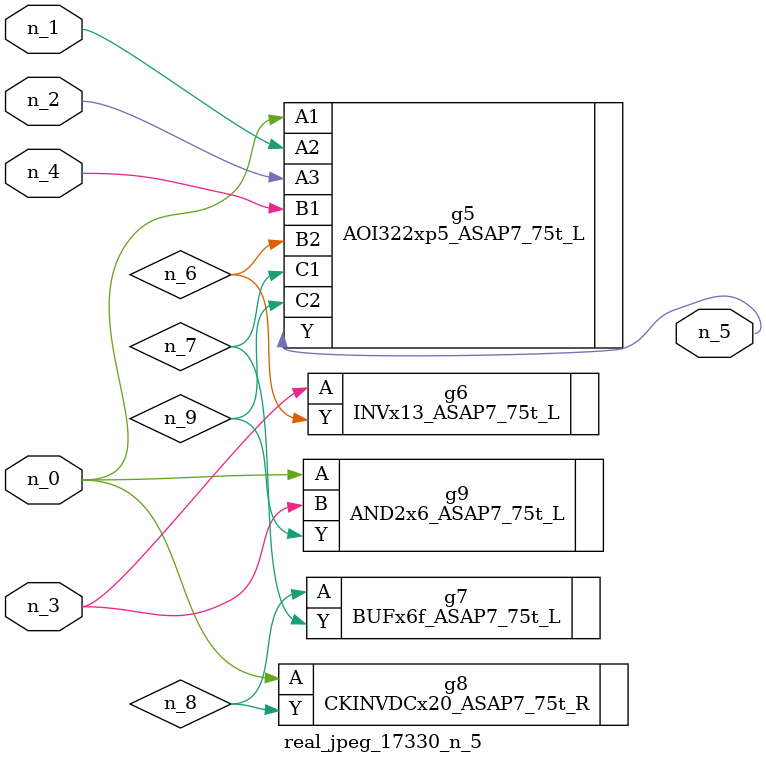
<source format=v>
module real_jpeg_17330_n_5 (n_4, n_0, n_1, n_2, n_3, n_5);

input n_4;
input n_0;
input n_1;
input n_2;
input n_3;

output n_5;

wire n_8;
wire n_6;
wire n_7;
wire n_9;

AOI322xp5_ASAP7_75t_L g5 ( 
.A1(n_0),
.A2(n_1),
.A3(n_2),
.B1(n_4),
.B2(n_6),
.C1(n_7),
.C2(n_9),
.Y(n_5)
);

CKINVDCx20_ASAP7_75t_R g8 ( 
.A(n_0),
.Y(n_8)
);

AND2x6_ASAP7_75t_L g9 ( 
.A(n_0),
.B(n_3),
.Y(n_9)
);

INVx13_ASAP7_75t_L g6 ( 
.A(n_3),
.Y(n_6)
);

BUFx6f_ASAP7_75t_L g7 ( 
.A(n_8),
.Y(n_7)
);


endmodule
</source>
